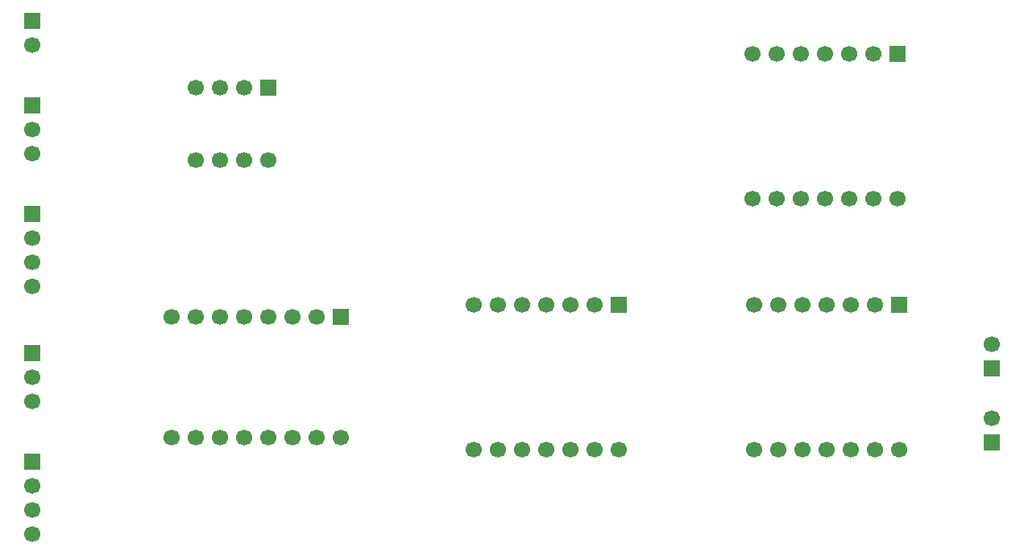
<source format=gbr>
%TF.GenerationSoftware,KiCad,Pcbnew,9.0.3*%
%TF.CreationDate,2025-08-28T11:24:01-04:00*%
%TF.ProjectId,signal_conditioner,7369676e-616c-45f6-936f-6e646974696f,rev?*%
%TF.SameCoordinates,Original*%
%TF.FileFunction,Soldermask,Top*%
%TF.FilePolarity,Negative*%
%FSLAX46Y46*%
G04 Gerber Fmt 4.6, Leading zero omitted, Abs format (unit mm)*
G04 Created by KiCad (PCBNEW 9.0.3) date 2025-08-28 11:24:01*
%MOMM*%
%LPD*%
G01*
G04 APERTURE LIST*
%ADD10R,1.700000X1.700000*%
%ADD11C,1.700000*%
G04 APERTURE END LIST*
D10*
%TO.C,J2*%
X135890000Y-60325000D03*
D11*
X135890000Y-62865000D03*
X135890000Y-65405000D03*
X135890000Y-67945000D03*
%TD*%
D10*
%TO.C,U5*%
X226822000Y-43434000D03*
D11*
X224282000Y-43434000D03*
X221742000Y-43434000D03*
X219202000Y-43434000D03*
X216662000Y-43434000D03*
X214122000Y-43434000D03*
X211582000Y-43434000D03*
X211582000Y-58674000D03*
X214122000Y-58674000D03*
X216662000Y-58674000D03*
X219202000Y-58674000D03*
X221742000Y-58674000D03*
X224282000Y-58674000D03*
X226822000Y-58674000D03*
%TD*%
D10*
%TO.C,U1*%
X168249600Y-71131600D03*
D11*
X165709600Y-71131600D03*
X163169600Y-71131600D03*
X160629600Y-71131600D03*
X158089600Y-71131600D03*
X155549600Y-71131600D03*
X153009600Y-71131600D03*
X150469600Y-71131600D03*
X150469600Y-83831600D03*
X153009600Y-83831600D03*
X155549600Y-83831600D03*
X158089600Y-83831600D03*
X160629600Y-83831600D03*
X163169600Y-83831600D03*
X165709600Y-83831600D03*
X168249600Y-83831600D03*
%TD*%
D10*
%TO.C,J1*%
X135890000Y-86360000D03*
D11*
X135890000Y-88900000D03*
X135890000Y-91440000D03*
X135890000Y-93980000D03*
%TD*%
D10*
%TO.C,U4*%
X226949000Y-69850000D03*
D11*
X224409000Y-69850000D03*
X221869000Y-69850000D03*
X219329000Y-69850000D03*
X216789000Y-69850000D03*
X214249000Y-69850000D03*
X211709000Y-69850000D03*
X211709000Y-85090000D03*
X214249000Y-85090000D03*
X216789000Y-85090000D03*
X219329000Y-85090000D03*
X221869000Y-85090000D03*
X224409000Y-85090000D03*
X226949000Y-85090000D03*
%TD*%
D10*
%TO.C,J4*%
X135890000Y-48895000D03*
D11*
X135890000Y-51435000D03*
X135890000Y-53975000D03*
%TD*%
D10*
%TO.C,J7*%
X236728000Y-76581000D03*
D11*
X236728000Y-74041000D03*
%TD*%
D10*
%TO.C,J6*%
X236728000Y-84328000D03*
D11*
X236728000Y-81788000D03*
%TD*%
D10*
%TO.C,U3*%
X197485000Y-69850000D03*
D11*
X194945000Y-69850000D03*
X192405000Y-69850000D03*
X189865000Y-69850000D03*
X187325000Y-69850000D03*
X184785000Y-69850000D03*
X182245000Y-69850000D03*
X182245000Y-85090000D03*
X184785000Y-85090000D03*
X187325000Y-85090000D03*
X189865000Y-85090000D03*
X192405000Y-85090000D03*
X194945000Y-85090000D03*
X197485000Y-85090000D03*
%TD*%
D10*
%TO.C,J3*%
X135890000Y-74930000D03*
D11*
X135890000Y-77470000D03*
X135890000Y-80010000D03*
%TD*%
D10*
%TO.C,J5*%
X135890000Y-40000000D03*
D11*
X135890000Y-42540000D03*
%TD*%
D10*
%TO.C,U2*%
X160655000Y-46990000D03*
D11*
X158115000Y-46990000D03*
X155575000Y-46990000D03*
X153035000Y-46990000D03*
X153035000Y-54610000D03*
X155575000Y-54610000D03*
X158115000Y-54610000D03*
X160655000Y-54610000D03*
%TD*%
M02*

</source>
